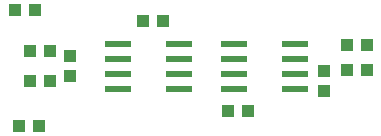
<source format=gtp>
G75*
G70*
%OFA0B0*%
%FSLAX24Y24*%
%IPPOS*%
%LPD*%
%AMOC8*
5,1,8,0,0,1.08239X$1,22.5*
%
%ADD10R,0.0866X0.0236*%
%ADD11R,0.0394X0.0433*%
%ADD12R,0.0433X0.0394*%
D10*
X005245Y003261D03*
X005245Y003761D03*
X005245Y004261D03*
X005245Y004761D03*
X007292Y004761D03*
X007292Y004261D03*
X007292Y003761D03*
X007292Y003261D03*
X009095Y003261D03*
X009095Y003761D03*
X009095Y004261D03*
X009095Y004761D03*
X011142Y004761D03*
X011142Y004261D03*
X011142Y003761D03*
X011142Y003261D03*
D11*
X001934Y002011D03*
X002603Y002011D03*
X003643Y003677D03*
X003643Y004346D03*
X006059Y005511D03*
X006728Y005511D03*
X002478Y005886D03*
X001809Y005886D03*
X012859Y004736D03*
X013528Y004736D03*
X013528Y003886D03*
X012859Y003886D03*
D12*
X012118Y003846D03*
X012118Y003177D03*
X009578Y002511D03*
X008909Y002511D03*
X002978Y003511D03*
X002309Y003511D03*
X002309Y004511D03*
X002978Y004511D03*
M02*

</source>
